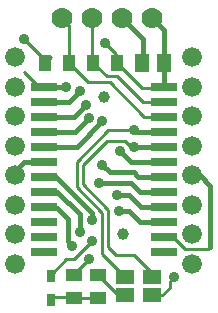
<source format=gbr>
G04 EAGLE Gerber RS-274X export*
G75*
%MOMM*%
%FSLAX34Y34*%
%LPD*%
%INTop Copper*%
%IPPOS*%
%AMOC8*
5,1,8,0,0,1.08239X$1,22.5*%
G01*
%ADD10C,1.676400*%
%ADD11R,1.100000X1.400000*%
%ADD12C,1.778000*%
%ADD13R,1.600200X1.168400*%
%ADD14R,0.800000X1.000000*%
%ADD15C,1.000000*%
%ADD16R,1.300000X1.500000*%
%ADD17R,2.286000X0.635000*%
%ADD18R,1.400000X1.100000*%
%ADD19C,0.406400*%
%ADD20C,0.906400*%
%ADD21C,0.254000*%


D10*
X75000Y87500D03*
X75000Y62500D03*
X75000Y37500D03*
X75000Y12500D03*
X75000Y-12500D03*
X75000Y-37500D03*
X75000Y-62500D03*
X75000Y-87500D03*
X-75000Y-87500D03*
X-75000Y-62500D03*
X-75000Y-37500D03*
X-75000Y-12500D03*
X-75000Y12500D03*
X-75000Y37500D03*
X-75000Y62500D03*
X-75000Y87500D03*
D11*
X-49370Y82550D03*
X-29370Y82550D03*
X11270Y82550D03*
X-8730Y82550D03*
D12*
X-35560Y120650D03*
X-10160Y120650D03*
X15240Y120650D03*
X40640Y120650D03*
D13*
X17780Y-114300D03*
X17780Y-99060D03*
X40640Y-114300D03*
X40640Y-99060D03*
D14*
X-44450Y-97950D03*
X-44450Y-117950D03*
D15*
X16510Y-62230D03*
X0Y53340D03*
D16*
X51410Y82550D03*
X32410Y82550D03*
D17*
X-50800Y62230D03*
X-50800Y49530D03*
X-50800Y36830D03*
X-50800Y24130D03*
X-50800Y11430D03*
X-50800Y-1270D03*
X-50800Y-13970D03*
X-50800Y-26670D03*
X-50800Y-39370D03*
X-50800Y-52070D03*
X-50800Y-64770D03*
X-50800Y-77470D03*
X50800Y-77470D03*
X50800Y-64770D03*
X50800Y-52070D03*
X50800Y-39370D03*
X50800Y-26670D03*
X50800Y-13970D03*
X50800Y-1270D03*
X50800Y11430D03*
X50800Y24130D03*
X50800Y36830D03*
X50800Y49530D03*
X50800Y62230D03*
D18*
X-5080Y-116680D03*
X-5080Y-96680D03*
X-25400Y-116680D03*
X-25400Y-96680D03*
D19*
X-50800Y-39370D02*
X-52070Y-39370D01*
X-50800Y-40640D01*
X-39370Y-40640D02*
X-30480Y-49530D01*
X-39370Y-40640D02*
X-45720Y-40640D01*
X-50800Y-40640D01*
X-30480Y-49530D02*
X-30480Y-68580D01*
X-26670Y-72390D01*
D20*
X-26670Y-72390D03*
D19*
X-39370Y-26670D02*
X-50800Y-26670D01*
X-39370Y-26670D02*
X-20320Y-45720D01*
X-20320Y-60960D01*
D20*
X-20320Y-60960D03*
D19*
X-40640Y-13970D02*
X-50800Y-13970D01*
X-40640Y-13970D02*
X-10160Y-44450D01*
X-10160Y-50800D01*
D20*
X-10160Y-50800D03*
D19*
X-75000Y-12500D02*
X-75000Y-8960D01*
X-67310Y-1270D01*
X-50800Y-1270D01*
X-49530Y-2540D01*
X-50800Y11430D02*
X-22860Y11430D01*
X-1270Y33020D01*
D20*
X-1270Y33020D03*
D19*
X-24130Y24130D02*
X-50800Y24130D01*
X-24130Y24130D02*
X-12700Y35560D01*
D20*
X-12700Y35560D03*
D19*
X-25400Y36830D02*
X-50800Y36830D01*
X-25400Y36830D02*
X-15240Y46990D01*
D20*
X-15240Y46990D03*
D19*
X-29210Y49530D02*
X-50800Y49530D01*
X-29210Y49530D02*
X-20320Y58420D01*
D21*
X-43340Y-97950D02*
X-44450Y-97950D01*
X-43180Y-95250D02*
X-31750Y-83820D01*
X-43180Y-95250D02*
X-43340Y-95410D01*
X-43340Y-97950D01*
X-31750Y-83820D02*
X-25400Y-83820D01*
X-10160Y-68580D01*
D20*
X-20320Y58420D03*
X-10160Y-68580D03*
D19*
X22860Y-1270D02*
X50800Y-1270D01*
X22860Y-1270D02*
X13970Y7620D01*
D20*
X13970Y7620D03*
D19*
X29210Y-13970D02*
X50800Y-13970D01*
X29210Y-13970D02*
X25400Y-10160D01*
X5080Y-10160D02*
X-1270Y-3810D01*
X5080Y-10160D02*
X25400Y-10160D01*
X15240Y-10160D02*
X5080Y-10160D01*
D20*
X-1270Y-3810D03*
D19*
X30480Y-26670D02*
X50800Y-26670D01*
X30480Y-26670D02*
X22860Y-19050D01*
X-3810Y-19050D01*
D20*
X-3810Y-19050D03*
D19*
X58928Y-64770D02*
X59690Y-64770D01*
X90170Y-73660D02*
X90170Y-21590D01*
X75200Y-12700D02*
X75000Y-12500D01*
X81280Y-12700D02*
X90170Y-21590D01*
X81280Y-12700D02*
X75200Y-12700D01*
D21*
X58928Y-64770D02*
X69088Y-74930D01*
X88900Y-74930D02*
X90170Y-73660D01*
X88900Y-74930D02*
X69088Y-74930D01*
D19*
X50800Y-64770D02*
X49530Y-64770D01*
X50800Y-64770D02*
X58928Y-64770D01*
D21*
X53340Y35560D02*
X52070Y35560D01*
X50800Y36830D01*
X52070Y35560D02*
X44450Y35560D01*
X-29210Y82710D02*
X-29370Y82550D01*
X-29210Y114300D02*
X-35560Y120650D01*
X-29210Y114300D02*
X-29210Y82710D01*
X-29370Y82550D02*
X-12860Y66040D01*
X5080Y66040D01*
X50800Y36830D02*
X52070Y36830D01*
X34290Y36830D02*
X5080Y66040D01*
X34290Y36830D02*
X50800Y36830D01*
D19*
X50800Y82550D02*
X51410Y82550D01*
X50800Y110490D02*
X40640Y120650D01*
X50800Y110490D02*
X50800Y82550D01*
X50800Y62230D01*
D21*
X52070Y60960D01*
X32860Y60960D02*
X11270Y82550D01*
X32860Y60960D02*
X52070Y60960D01*
X-49370Y82550D02*
X-49530Y82710D01*
X-49370Y82550D02*
X-44450Y87470D01*
X-51910Y87470D01*
X-67310Y102870D01*
X10160Y82550D02*
X11270Y82550D01*
X10160Y90170D02*
X1270Y99060D01*
X10160Y90170D02*
X10160Y82550D01*
D20*
X-67310Y102870D03*
X1270Y99060D03*
D19*
X32410Y82550D02*
X33020Y82550D01*
X33020Y102870D02*
X15240Y120650D01*
X33020Y102870D02*
X33020Y82550D01*
X-49530Y62230D02*
X-50800Y62230D01*
X-49530Y62230D02*
X-31750Y62230D01*
D21*
X-54610Y62230D02*
X-67310Y74930D01*
X-54610Y62230D02*
X-49530Y62230D01*
D20*
X-31750Y62230D03*
D19*
X30480Y-52070D02*
X50800Y-52070D01*
X30480Y-52070D02*
X21590Y-43180D01*
X12700Y-43180D01*
D20*
X12700Y-43180D03*
D19*
X31750Y-39370D02*
X50800Y-39370D01*
X31750Y-39370D02*
X21590Y-29210D01*
X11430Y-29210D01*
D20*
X11430Y-29210D03*
D21*
X-26510Y-115570D02*
X-25400Y-116680D01*
X-42070Y-115570D02*
X-44450Y-117950D01*
X-42070Y-115570D02*
X-26510Y-115570D01*
X-5240Y-116840D02*
X-5080Y-116680D01*
X-25240Y-116840D02*
X-25400Y-116680D01*
X-25240Y-116840D02*
X-5240Y-116840D01*
X17780Y-114300D02*
X19050Y-115570D01*
X13810Y-115570D02*
X-5080Y-96680D01*
X13810Y-115570D02*
X19050Y-115570D01*
X40640Y-114300D02*
X49530Y-114300D01*
X55880Y-107950D01*
X55880Y-102870D01*
X59690Y-99060D01*
X-25400Y-96680D02*
X-25400Y-96520D01*
X-12700Y-83820D01*
D20*
X59690Y-99060D03*
X-12700Y-83820D03*
D19*
X26670Y24130D02*
X50800Y24130D01*
X26670Y24130D02*
X25400Y25400D01*
D21*
X-1270Y-44450D02*
X-1270Y-78900D01*
X-1270Y-44450D02*
X-22860Y-22860D01*
X-22860Y-1270D01*
X3810Y25400D01*
X25400Y25400D01*
X17780Y-99060D02*
X16510Y-99060D01*
X16510Y-96680D02*
X-1270Y-78900D01*
X16510Y-96680D02*
X16510Y-99060D01*
D20*
X25400Y25400D03*
D19*
X25400Y11430D02*
X27940Y11430D01*
X50800Y11430D01*
D21*
X3810Y-41910D02*
X3810Y-73660D01*
X3810Y-41910D02*
X-17780Y-20320D01*
X-17780Y-3810D01*
X2540Y16510D01*
X17780Y16510D01*
X22860Y11430D01*
X27940Y11430D01*
X40640Y-95250D02*
X40640Y-99060D01*
X40640Y-95250D02*
X25400Y-80010D01*
X10160Y-80010D01*
X3810Y-73660D01*
D20*
X25400Y11430D03*
D21*
X2700Y71120D02*
X-8730Y82550D01*
X2700Y71120D02*
X11430Y71120D01*
X33020Y49530D01*
X50800Y49530D01*
X-8730Y82550D02*
X-10160Y83980D01*
X-10160Y120650D01*
M02*

</source>
